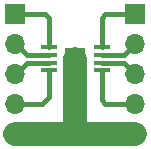
<source format=gbr>
G04 #@! TF.GenerationSoftware,KiCad,Pcbnew,(5.1.5-0-10_14)*
G04 #@! TF.CreationDate,2020-05-09T22:59:04-06:00*
G04 #@! TF.ProjectId,HVSSOP-8,48565353-4f50-42d3-982e-6b696361645f,rev?*
G04 #@! TF.SameCoordinates,Original*
G04 #@! TF.FileFunction,Copper,L1,Top*
G04 #@! TF.FilePolarity,Positive*
%FSLAX46Y46*%
G04 Gerber Fmt 4.6, Leading zero omitted, Abs format (unit mm)*
G04 Created by KiCad (PCBNEW (5.1.5-0-10_14)) date 2020-05-09 22:59:04*
%MOMM*%
%LPD*%
G04 APERTURE LIST*
%ADD10O,1.700000X1.700000*%
%ADD11R,1.700000X1.700000*%
%ADD12R,1.727200X1.854200*%
%ADD13R,1.371600X0.457200*%
%ADD14C,0.400000*%
%ADD15C,2.000000*%
G04 APERTURE END LIST*
D10*
X159512000Y-98806000D03*
X159512000Y-96266000D03*
X159512000Y-93726000D03*
X159512000Y-91186000D03*
D11*
X159512000Y-88646000D03*
D10*
X149352000Y-98806000D03*
X149352000Y-96266000D03*
X149352000Y-93726000D03*
X149352000Y-91186000D03*
D11*
X149352000Y-88646000D03*
D12*
X154432000Y-92456000D03*
D13*
X156641800Y-91490800D03*
X156641800Y-92125800D03*
X156641800Y-92786200D03*
X156641800Y-93421200D03*
X152222200Y-93421200D03*
X152222200Y-92786200D03*
X152222200Y-92125800D03*
X152222200Y-91490800D03*
D14*
X150291800Y-92125800D02*
X149352000Y-91186000D01*
X152222200Y-92125800D02*
X150291800Y-92125800D01*
X150291800Y-92786200D02*
X149352000Y-93726000D01*
X152222200Y-92786200D02*
X150291800Y-92786200D01*
X152222200Y-93421200D02*
X152222200Y-95681800D01*
X151638000Y-96266000D02*
X149352000Y-96266000D01*
X152222200Y-95681800D02*
X151638000Y-96266000D01*
X152222200Y-91490800D02*
X152222200Y-88976200D01*
X151892000Y-88646000D02*
X149352000Y-88646000D01*
X152222200Y-88976200D02*
X151892000Y-88646000D01*
X156641800Y-91490800D02*
X156641800Y-88976200D01*
X156972000Y-88646000D02*
X159512000Y-88646000D01*
X156641800Y-88976200D02*
X156972000Y-88646000D01*
X156641800Y-93421200D02*
X156641800Y-95935800D01*
X156972000Y-96266000D02*
X159512000Y-96266000D01*
X156641800Y-95935800D02*
X156972000Y-96266000D01*
X158572200Y-92786200D02*
X159512000Y-93726000D01*
X156641800Y-92786200D02*
X158572200Y-92786200D01*
X158572200Y-92125800D02*
X159512000Y-91186000D01*
X156641800Y-92125800D02*
X158572200Y-92125800D01*
D15*
X154432000Y-92456000D02*
X154432000Y-98806000D01*
X154432000Y-98806000D02*
X159512000Y-98806000D01*
X154432000Y-98806000D02*
X149352000Y-98806000D01*
M02*

</source>
